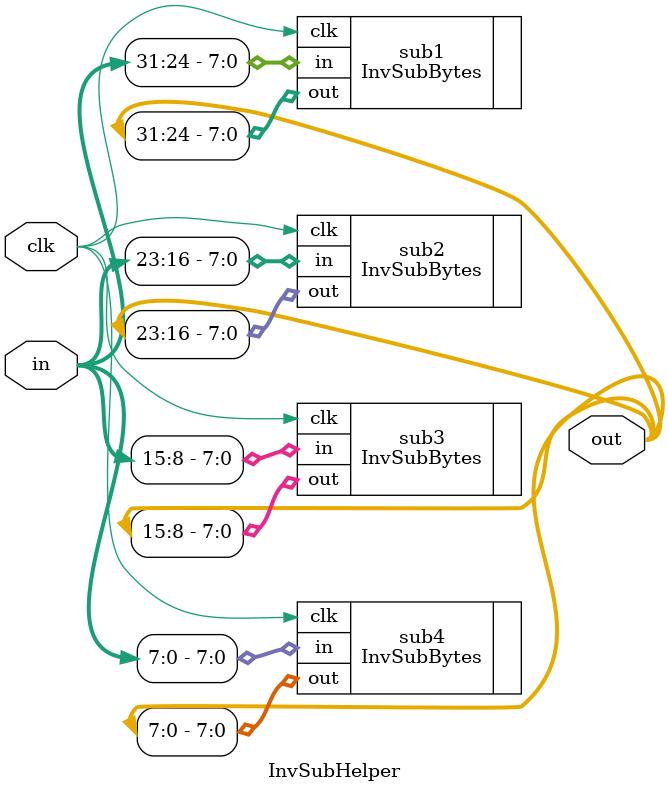
<source format=sv>
module InvSubHelper(
		input logic clk,
		input logic [31:0] in,
		output logic [31:0] out
		);

	InvSubBytes sub1(.clk, .in(in[31:24]), .out(out[31:24]));
	InvSubBytes sub2(.clk, .in(in[23:16]), .out(out[23:16]));
	InvSubBytes sub3(.clk, .in(in[15:8]), .out(out[15:8]));
	InvSubBytes sub4(.clk, .in(in[7:0]), .out(out[7:0]));

endmodule
</source>
